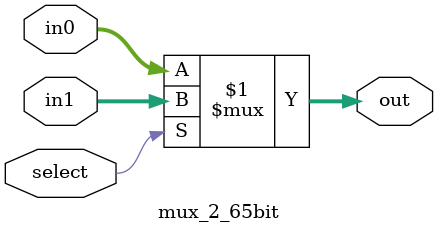
<source format=v>
module mux_2_65bit(out, select, in0, in1);
    input select;
    input [64:0] in0, in1;
    output [64:0] out;
    assign out = select ? in1 : in0;
endmodule
</source>
